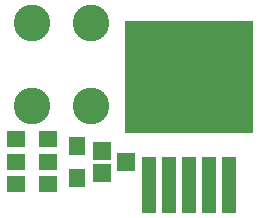
<source format=gbr>
G04 #@! TF.FileFunction,Soldermask,Top*
%FSLAX46Y46*%
G04 Gerber Fmt 4.6, Leading zero omitted, Abs format (unit mm)*
G04 Created by KiCad (PCBNEW 4.0.7-e2-6376~58~ubuntu16.04.1) date Tue Jan 16 19:55:07 2018*
%MOMM*%
%LPD*%
G01*
G04 APERTURE LIST*
%ADD10C,0.100000*%
%ADD11C,3.101600*%
%ADD12R,1.501600X1.501600*%
%ADD13R,1.601600X1.401600*%
%ADD14R,1.201600X4.701600*%
%ADD15R,10.901600X9.501600*%
%ADD16R,1.401600X1.601600*%
G04 APERTURE END LIST*
D10*
D11*
X3215000Y16200000D03*
X8215000Y16200000D03*
X8215000Y9200000D03*
X3215000Y9200000D03*
D12*
X9160000Y5395000D03*
X9160000Y3495000D03*
X11160000Y4445000D03*
D13*
X4525000Y4445000D03*
X1825000Y4445000D03*
X4525000Y2540000D03*
X1825000Y2540000D03*
D14*
X13110000Y2480000D03*
X14810000Y2480000D03*
X16510000Y2480000D03*
X18210000Y2480000D03*
X19910000Y2480000D03*
D15*
X16510000Y11630000D03*
D13*
X4525000Y6350000D03*
X1825000Y6350000D03*
D16*
X6985000Y3095000D03*
X6985000Y5795000D03*
M02*

</source>
